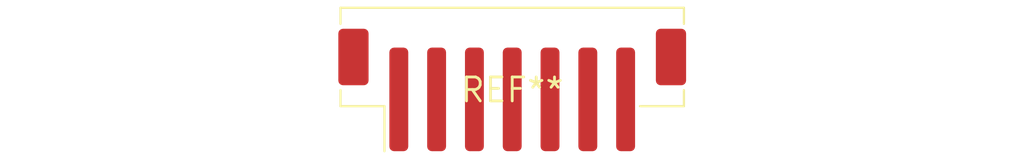
<source format=kicad_pcb>
(kicad_pcb (version 20240108) (generator pcbnew)
  (layers (0 "F.Cu" signal) (31 "B.Cu" signal) (34 "B.Paste" user) (35 "F.Paste" user) (36 "B.SilkS" user "B.Silkscreen") (37 "F.SilkS" user "F.Silkscreen") (38 "B.Mask" user) (39 "F.Mask" user) (44 "Edge.Cuts" user))
  (net 0 "")
  (footprint "JST_PH_B7B-PH-SM4-TB_1x07-1MP_P2.00mm_Vertical" (layer "F.Cu") (at 0 0)
    (property "Reference" "REF**")
    (property "Value" "JST_PH_B7B-PH-SM4-TB_1x07-1MP_P2.00mm_Vertical")
    (fp_line (start -9.085 -4.36) (end 9.085 -4.36) (layer "F.SilkS") (stroke (width 0.12)))
    (fp_line (start -9.085 -3.51) (end -9.085 -4.36) (layer "F.SilkS") (stroke (width 0.12)))
    (fp_line (start -9.085 0.01) (end -9.085 0.86) (layer "F.SilkS") (stroke (width 0.12)))
    (fp_line (start -9.085 0.86) (end -6.76 0.86) (layer "F.SilkS") (stroke (width 0.12)))
    (fp_line (start -6.76 0.86) (end -6.76 3.25) (layer "F.SilkS") (stroke (width 0.12)))
    (fp_line (start 9.085 -4.36) (end 9.085 -3.51) (layer "F.SilkS") (stroke (width 0.12)))
    (fp_line (start 9.085 0.01) (end 9.085 0.86) (layer "F.SilkS") (stroke (width 0.12)))
    (fp_line (start 9.085 0.86) (end 6.76 0.86) (layer "F.SilkS") (stroke (width 0.12)))
    (pad "1" smd roundrect (at -6 0.5) (size 1 5.5) (layers "F.Cu" "F.Paste" "F.Mask"))
    (pad "2" smd roundrect (at -4 0.5) (size 1 5.5) (layers "F.Cu" "F.Paste" "F.Mask"))
    (pad "3" smd roundrect (at -2 0.5) (size 1 5.5) (layers "F.Cu" "F.Paste" "F.Mask"))
    (pad "4" smd roundrect (at 0 0.5) (size 1 5.5) (layers "F.Cu" "F.Paste" "F.Mask"))
    (pad "5" smd roundrect (at 2 0.5) (size 1 5.5) (layers "F.Cu" "F.Paste" "F.Mask"))
    (pad "6" smd roundrect (at 4 0.5) (size 1 5.5) (layers "F.Cu" "F.Paste" "F.Mask"))
    (pad "7" smd roundrect (at 6 0.5) (size 1 5.5) (layers "F.Cu" "F.Paste" "F.Mask"))
    (pad "MP" smd roundrect (at -8.4 -1.75) (size 1.6 3) (layers "F.Cu" "F.Paste" "F.Mask") (roundrect_rratio 0.15625))
    (pad "MP" smd roundrect (at 8.4 -1.75) (size 1.6 3) (layers "F.Cu" "F.Paste" "F.Mask") (roundrect_rratio 0.15625))
  )
)
</source>
